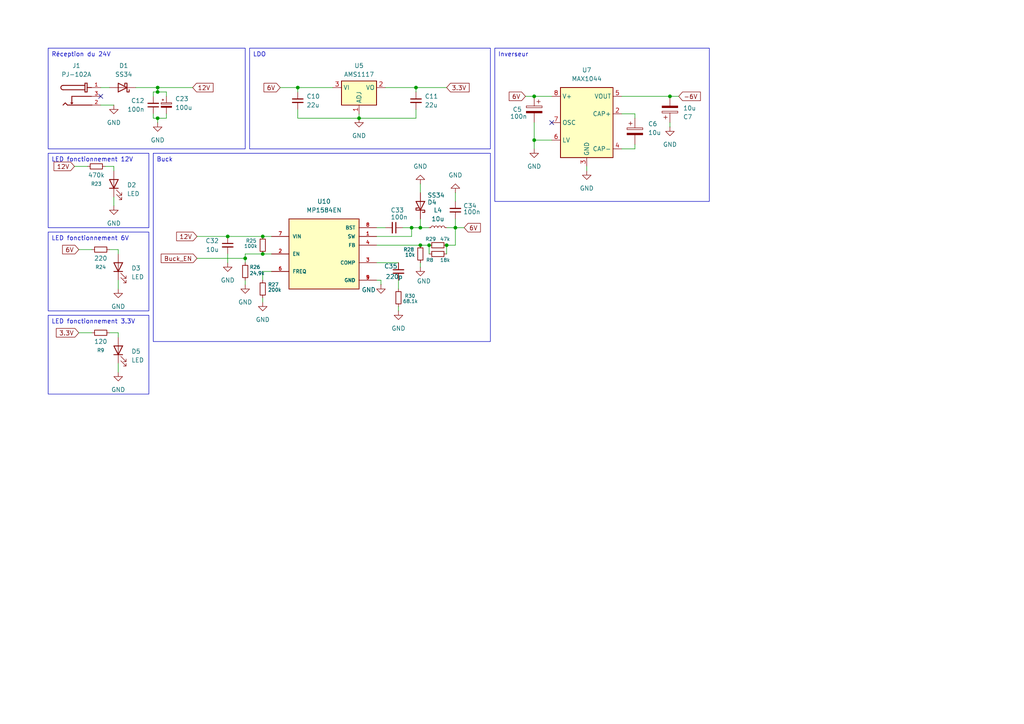
<source format=kicad_sch>
(kicad_sch (version 20250114) (generator "eeschema") (generator_version "9.0")
  (paper "A4")
  (lib_symbols
    (symbol "Device:C_Polarized" (pin_numbers (hide yes)) (pin_names (offset 0.254))
      (property "Reference" "C" (at 0.635 2.54 0))
      (property "Value" "C_Polarized" (at 0.635 -2.54 0))
      (symbol "C_Polarized_0_1"
        (rectangle (start -2.286 0.508) (end 2.286 1.016))
        (polyline (pts (xy -1.778 2.286) (xy -0.762 2.286)))
        (polyline (pts (xy -1.27 2.794) (xy -1.27 1.778)))
        (rectangle (start 2.286 -0.508) (end -2.286 -1.016) (fill (type outline)))
      )
      (symbol "C_Polarized_1_1"
        (pin passive line (at 0 3.81 270) (length 2.794) (name "~") (number "1"))
        (pin passive line (at 0 -3.81 90) (length 2.794) (name "~") (number "2"))
      )
    )
    (symbol "Device:C_Polarized_Small" (pin_numbers (hide yes)) (pin_names (offset 0.254) (hide yes))
      (property "Reference" "C" (at 0.254 1.778 0))
      (property "Value" "C_Polarized_Small" (at 0.254 -2.032 0))
      (symbol "C_Polarized_Small_0_1"
        (rectangle (start -1.524 0.6858) (end 1.524 0.3048))
        (rectangle (start -1.524 -0.3048) (end 1.524 -0.6858) (fill (type outline)))
        (polyline (pts (xy -1.27 1.524) (xy -0.762 1.524)))
        (polyline (pts (xy -1.016 1.27) (xy -1.016 1.778)))
      )
      (symbol "C_Polarized_Small_1_1"
        (pin passive line (at 0 2.54 270) (length 1.8542) (name "~") (number "1"))
        (pin passive line (at 0 -2.54 90) (length 1.8542) (name "~") (number "2"))
      )
    )
    (symbol "Device:C_Small" (pin_numbers (hide yes)) (pin_names (offset 0.254) (hide yes))
      (property "Reference" "C" (at 0.254 1.778 0))
      (property "Value" "C_Small" (at 0.254 -2.032 0))
      (symbol "C_Small_0_1"
        (polyline (pts (xy -1.524 0.508) (xy 1.524 0.508)) (stroke (width 0.3048)))
        (polyline (pts (xy -1.524 -0.508) (xy 1.524 -0.508)) (stroke (width 0.3302)))
      )
      (symbol "C_Small_1_1"
        (pin passive line (at 0 2.54 270) (length 2.032) (name "~") (number "1"))
        (pin passive line (at 0 -2.54 90) (length 2.032) (name "~") (number "2"))
      )
    )
    (symbol "Device:LED" (pin_numbers (hide yes)) (pin_names (offset 1.016) (hide yes))
      (property "Reference" "D" (at 0 2.54 0))
      (property "Value" "LED" (at 0 -2.54 0))
      (symbol "LED_0_1"
        (polyline (pts (xy -3.048 -0.762) (xy -4.572 -2.286) (xy -3.81 -2.286) (xy -4.572 -2.286) (xy -4.572 -1.524)))
        (polyline (pts (xy -1.778 -0.762) (xy -3.302 -2.286) (xy -2.54 -2.286) (xy -3.302 -2.286) (xy -3.302 -1.524)))
        (polyline (pts (xy -1.27 0) (xy 1.27 0)))
        (polyline (pts (xy -1.27 -1.27) (xy -1.27 1.27)) (stroke (width 0.254)))
        (polyline (pts (xy 1.27 -1.27) (xy 1.27 1.27) (xy -1.27 0) (xy 1.27 -1.27)) (stroke (width 0.254)))
      )
      (symbol "LED_1_1"
        (pin passive line (at -3.81 0 0) (length 2.54) (name "K") (number "1"))
        (pin passive line (at 3.81 0 180) (length 2.54) (name "A") (number "2"))
      )
    )
    (symbol "Device:L_Small" (pin_numbers (hide yes)) (pin_names (offset 0.254) (hide yes))
      (property "Reference" "L" (at 0.762 1.016 0))
      (property "Value" "L_Small" (at 0.762 -1.016 0))
      (symbol "L_Small_0_1"
        (arc (start 0 2.032) (mid 0.5058 1.524) (end 0 1.016))
        (arc (start 0 1.016) (mid 0.5058 0.508) (end 0 0))
        (arc (start 0 0) (mid 0.5058 -0.508) (end 0 -1.016))
        (arc (start 0 -1.016) (mid 0.5058 -1.524) (end 0 -2.032))
      )
      (symbol "L_Small_1_1"
        (pin passive line (at 0 2.54 270) (length 0.508) (name "~") (number "1"))
        (pin passive line (at 0 -2.54 90) (length 0.508) (name "~") (number "2"))
      )
    )
    (symbol "Device:R_Small" (pin_numbers (hide yes)) (pin_names (offset 0.254) (hide yes))
      (property "Reference" "R" (at 0 0 90))
      (property "Value" "R_Small" (at 1.778 0 90))
      (symbol "R_Small_0_1"
        (rectangle (start -0.762 1.778) (end 0.762 -1.778) (stroke (width 0.2032)))
      )
      (symbol "R_Small_1_1"
        (pin passive line (at 0 2.54 270) (length 0.762) (name "~") (number "1"))
        (pin passive line (at 0 -2.54 90) (length 0.762) (name "~") (number "2"))
      )
    )
    (symbol "Diode:SS34" (pin_numbers (hide yes)) (pin_names (offset 1.016) (hide yes))
      (property "Reference" "D" (at 0 2.54 0))
      (property "Value" "SS34" (at 0 -2.54 0))
      (symbol "SS34_0_1"
        (polyline (pts (xy -1.905 0.635) (xy -1.905 1.27) (xy -1.27 1.27) (xy -1.27 -1.27) (xy -0.635 -1.27) (xy -0.635 -0.635)) (stroke (width 0.254)))
        (polyline (pts (xy 1.27 1.27) (xy 1.27 -1.27) (xy -1.27 0) (xy 1.27 1.27)) (stroke (width 0.254)))
        (polyline (pts (xy 1.27 0) (xy -1.27 0)))
      )
      (symbol "SS34_1_1"
        (pin passive line (at -3.81 0 0) (length 2.54) (name "K") (number "1"))
        (pin passive line (at 3.81 0 180) (length 2.54) (name "A") (number "2"))
      )
    )
    (symbol "MP1584EN:MP1584EN" (pin_names (offset 1.016))
      (property "Reference" "U" (at -10.185 10.6942 0))
      (property "Value" "MP1584EN" (at -10.1723 -12.7154 0))
      (symbol "MP1584EN_0_0"
        (rectangle (start -10.16 -10.16) (end 10.16 10.16) (stroke (width 0.254)) (fill (type background)))
        (pin input line (at -15.24 5.08 0) (length 5.08) (name "VIN") (number "7"))
        (pin input line (at -15.24 0 0) (length 5.08) (name "EN") (number "2"))
        (pin input line (at -15.24 -5.08 0) (length 5.08) (name "FREQ") (number "6"))
        (pin passive line (at 15.24 7.62 180) (length 5.08) (name "BST") (number "8"))
        (pin output line (at 15.24 5.08 180) (length 5.08) (name "SW") (number "1"))
        (pin input line (at 15.24 2.54 180) (length 5.08) (name "FB") (number "4"))
        (pin output line (at 15.24 -2.54 180) (length 5.08) (name "COMP") (number "3"))
        (pin power_in line (at 15.24 -7.62 180) (length 5.08) (name "GND") (number "5"))
        (pin power_in line (at 15.24 -7.62 180) (length 5.08) (name "GND") (number "9"))
      )
    )
    (symbol "PJ-102A:PJ-102A" (pin_names (offset 1.016))
      (property "Reference" "J" (at -7.6333 3.0533 0))
      (property "Value" "PJ-102A" (at -7.6363 -10.1817 0))
      (symbol "PJ-102A_0_0"
        (polyline (pts (xy -5.842 0.635) (xy 0.508 0.635)) (stroke (width 0.254)))
        (polyline (pts (xy -5.842 -0.635) (xy 0.508 -0.635)) (stroke (width 0.254)))
        (arc (start -5.842 -0.635) (mid -6.4742 0) (end -5.842 0.635) (stroke (width 0.254)))
        (polyline (pts (xy -5.207 -4.445) (xy -5.842 -5.08)) (stroke (width 0.254)))
        (polyline (pts (xy -4.572 -5.08) (xy -5.207 -4.445)) (stroke (width 0.254)))
        (polyline (pts (xy -3.556 -4.445) (xy -3.302 -4.699)) (stroke (width 0.254)))
        (polyline (pts (xy -3.302 -2.54) (xy -3.302 -4.445)) (stroke (width 0.254)))
        (polyline (pts (xy -3.302 -4.699) (xy -3.048 -4.445)) (stroke (width 0.254)))
        (polyline (pts (xy -3.048 -4.445) (xy -3.556 -4.445)) (stroke (width 0.254)))
        (polyline (pts (xy 0.508 1.27) (xy 0.508 -1.27)) (stroke (width 0.254)))
        (polyline (pts (xy 0.508 -1.27) (xy 1.143 -1.27)) (stroke (width 0.254)))
        (polyline (pts (xy 1.143 1.27) (xy 0.508 1.27)) (stroke (width 0.254)))
        (polyline (pts (xy 1.143 0) (xy 1.143 1.27)) (stroke (width 0.254)))
        (polyline (pts (xy 1.143 0) (xy 2.413 0)) (stroke (width 0.254)))
        (polyline (pts (xy 1.143 -1.27) (xy 1.143 0)) (stroke (width 0.254)))
        (polyline (pts (xy 2.413 -2.54) (xy -3.302 -2.54)) (stroke (width 0.254)))
        (polyline (pts (xy 2.54 -5.08) (xy -4.572 -5.08)) (stroke (width 0.254)))
        (pin power_in line (at 5.08 0 180) (length 2.54) (name "~") (number "1"))
        (pin power_in line (at 5.08 -2.54 180) (length 2.54) (name "~") (number "3"))
        (pin power_in line (at 5.08 -5.08 180) (length 2.54) (name "~") (number "2"))
      )
    )
    (symbol "Regulator_Linear:AMS1117"
      (property "Reference" "U" (at -3.81 3.175 0))
      (property "Value" "AMS1117" (at 0 3.175 0))
      (symbol "AMS1117_0_1"
        (rectangle (start -5.08 -5.08) (end 5.08 1.905) (stroke (width 0.254)) (fill (type background)))
      )
      (symbol "AMS1117_1_1"
        (pin power_in line (at -7.62 0 0) (length 2.54) (name "VI") (number "3"))
        (pin input line (at 0 -7.62 90) (length 2.54) (name "ADJ") (number "1"))
        (pin power_out line (at 7.62 0 180) (length 2.54) (name "VO") (number "2"))
      )
    )
    (symbol "Regulator_SwitchedCapacitor:MAX1044"
      (property "Reference" "U" (at -6.35 11.43 0))
      (property "Value" "MAX1044" (at 3.81 11.43 0))
      (symbol "MAX1044_0_1"
        (rectangle (start -7.62 10.16) (end 7.62 -10.16) (stroke (width 0.254)) (fill (type background)))
      )
      (symbol "MAX1044_1_1"
        (pin power_in line (at -10.16 7.62 0) (length 2.54) (name "V+") (number "8"))
        (pin input line (at -10.16 0 0) (length 2.54) (name "OSC") (number "7"))
        (pin input line (at -10.16 -5.08 0) (length 2.54) (name "LV") (number "6"))
        (pin no_connect line (at -7.62 5.08 0) (length 2.54) (hide yes) (name "NC") (number "1"))
        (pin power_in line (at 0 -12.7 90) (length 2.54) (name "GND") (number "3"))
        (pin power_out line (at 10.16 7.62 180) (length 2.54) (name "VOUT") (number "5"))
        (pin input line (at 10.16 2.54 180) (length 2.54) (name "CAP+") (number "2"))
        (pin input line (at 10.16 -7.62 180) (length 2.54) (name "CAP-") (number "4"))
      )
    )
    (symbol "power:GND" (power) (pin_numbers (hide yes)) (pin_names (offset 0) (hide yes))
      (property "Value" "GND" (at 0 -3.81 0))
      (symbol "GND_0_1"
        (polyline (pts (xy 0 0) (xy 0 -1.27) (xy 1.27 -1.27) (xy 0 -2.54) (xy -1.27 -1.27) (xy 0 -1.27)))
      )
      (symbol "GND_1_1"
        (pin power_in line (at 0 0 270) (length 0) (name "~") (number "1"))
      )
    )
  )
  (text_box "LED fonctionnement 12V" (at 13.97 44.45 0) (size 29.21 21.59) (margins 0.9525 0.9525 0.9525 0.9525) (effects (font (size 1.27 1.27)) (justify left top)))
  (text_box "Inverseur" (at 143.51 13.97 0) (size 62.23 44.45) (margins 0.9525 0.9525 0.9525 0.9525) (effects (font (size 1.27 1.27)) (justify left top)))
  (text_box "Buck" (at 44.45 44.45 0) (size 97.79 54.61) (margins 0.9525 0.9525 0.9525 0.9525) (effects (font (size 1.27 1.27)) (justify left top)))
  (text_box "LDO" (at 72.39 13.97 0) (size 69.85 29.21) (margins 0.9525 0.9525 0.9525 0.9525) (effects (font (size 1.27 1.27)) (justify left top)))
  (text_box "Réception du 24V" (at 13.97 13.97 0) (size 57.15 29.21) (margins 0.9525 0.9525 0.9525 0.9525) (effects (font (size 1.27 1.27)) (justify left top)))
  (text_box "LED fonctionnement 3.3V" (at 13.97 91.44 0) (size 29.21 22.86) (margins 0.9525 0.9525 0.9525 0.9525) (effects (font (size 1.27 1.27)) (justify left top)))
  (text_box "LED fonctionnement 6V" (at 13.97 67.31 0) (size 29.21 22.86) (margins 0.9525 0.9525 0.9525 0.9525) (effects (font (size 1.27 1.27)) (justify left top)))
  (junction (at 154.94 27.94))
  (junction (at 121.92 66.04))
  (junction (at 71.12 74.93))
  (junction (at 119.38 66.04))
  (junction (at 132.08 66.04))
  (junction (at 66.04 68.58))
  (junction (at 194.31 27.94))
  (junction (at 129.54 71.12))
  (junction (at 76.2 68.58))
  (junction (at 104.14 34.29))
  (junction (at 45.72 26.67))
  (junction (at 154.94 40.64))
  (junction (at 124.46 71.12))
  (junction (at 45.72 34.29))
  (junction (at 121.92 71.12))
  (junction (at 120.65 25.4))
  (junction (at 45.72 25.4))
  (junction (at 76.2 73.66))
  (junction (at 86.36 25.4))
  (no_connect (at 160.02 35.56))
  (no_connect (at 29.21 27.94))
  (wire (pts (xy 121.92 71.12) (xy 124.46 71.12)))
  (wire (pts (xy 31.75 72.39) (xy 34.29 72.39)))
  (wire (pts (xy 109.22 66.04) (xy 111.76 66.04)))
  (wire (pts (xy 86.36 31.75) (xy 86.36 34.29)))
  (wire (pts (xy 194.31 35.56) (xy 194.31 36.83)))
  (wire (pts (xy 76.2 81.28) (xy 76.2 78.74)))
  (wire (pts (xy 76.2 73.66) (xy 78.74 73.66)))
  (wire (pts (xy 33.02 48.26) (xy 33.02 49.53)))
  (wire (pts (xy 170.18 48.26) (xy 170.18 49.53)))
  (wire (pts (xy 34.29 72.39) (xy 34.29 73.66)))
  (wire (pts (xy 48.26 26.67) (xy 48.26 27.94)))
  (wire (pts (xy 109.22 76.2) (xy 115.57 76.2)))
  (wire (pts (xy 31.75 96.52) (xy 34.29 96.52)))
  (wire (pts (xy 120.65 26.67) (xy 120.65 25.4)))
  (wire (pts (xy 121.92 53.34) (xy 121.92 55.88)))
  (wire (pts (xy 57.15 74.93) (xy 71.12 74.93)))
  (wire (pts (xy 71.12 82.55) (xy 71.12 81.28)))
  (wire (pts (xy 22.86 96.52) (xy 26.67 96.52)))
  (wire (pts (xy 86.36 25.4) (xy 96.52 25.4)))
  (wire (pts (xy 21.59 48.26) (xy 25.4 48.26)))
  (wire (pts (xy 45.72 26.67) (xy 48.26 26.67)))
  (wire (pts (xy 86.36 25.4) (xy 86.36 26.67)))
  (wire (pts (xy 132.08 66.04) (xy 134.62 66.04)))
  (wire (pts (xy 180.34 27.94) (xy 194.31 27.94)))
  (wire (pts (xy 76.2 78.74) (xy 78.74 78.74)))
  (wire (pts (xy 120.65 31.75) (xy 120.65 34.29)))
  (wire (pts (xy 34.29 105.41) (xy 34.29 107.95)))
  (wire (pts (xy 154.94 35.56) (xy 154.94 40.64)))
  (wire (pts (xy 45.72 25.4) (xy 55.88 25.4)))
  (wire (pts (xy 34.29 81.28) (xy 34.29 83.82)))
  (wire (pts (xy 66.04 73.66) (xy 66.04 76.2)))
  (wire (pts (xy 110.49 81.28) (xy 109.22 81.28)))
  (wire (pts (xy 121.92 66.04) (xy 124.46 66.04)))
  (wire (pts (xy 22.86 72.39) (xy 26.67 72.39)))
  (wire (pts (xy 45.72 34.29) (xy 45.72 35.56)))
  (wire (pts (xy 115.57 88.9) (xy 115.57 90.17)))
  (wire (pts (xy 132.08 71.12) (xy 132.08 66.04)))
  (wire (pts (xy 30.48 48.26) (xy 33.02 48.26)))
  (wire (pts (xy 71.12 73.66) (xy 76.2 73.66)))
  (wire (pts (xy 76.2 68.58) (xy 78.74 68.58)))
  (wire (pts (xy 109.22 71.12) (xy 121.92 71.12)))
  (wire (pts (xy 121.92 76.2) (xy 121.92 77.47)))
  (wire (pts (xy 76.2 87.63) (xy 76.2 86.36)))
  (wire (pts (xy 129.54 66.04) (xy 132.08 66.04)))
  (wire (pts (xy 45.72 25.4) (xy 45.72 26.67)))
  (wire (pts (xy 33.02 57.15) (xy 33.02 59.69)))
  (wire (pts (xy 104.14 34.29) (xy 104.14 33.02)))
  (wire (pts (xy 154.94 40.64) (xy 160.02 40.64)))
  (wire (pts (xy 129.54 71.12) (xy 132.08 71.12)))
  (wire (pts (xy 34.29 96.52) (xy 34.29 97.79)))
  (wire (pts (xy 196.85 27.94) (xy 194.31 27.94)))
  (wire (pts (xy 71.12 76.2) (xy 71.12 74.93)))
  (wire (pts (xy 57.15 68.58) (xy 66.04 68.58)))
  (wire (pts (xy 154.94 27.94) (xy 160.02 27.94)))
  (wire (pts (xy 115.57 81.28) (xy 115.57 83.82)))
  (wire (pts (xy 120.65 25.4) (xy 129.54 25.4)))
  (wire (pts (xy 44.45 34.29) (xy 45.72 34.29)))
  (wire (pts (xy 44.45 26.67) (xy 45.72 26.67)))
  (wire (pts (xy 66.04 68.58) (xy 76.2 68.58)))
  (wire (pts (xy 119.38 66.04) (xy 119.38 68.58)))
  (wire (pts (xy 119.38 66.04) (xy 121.92 66.04)))
  (wire (pts (xy 29.21 30.48) (xy 33.02 30.48)))
  (wire (pts (xy 184.15 34.29) (xy 184.15 33.02)))
  (wire (pts (xy 81.28 25.4) (xy 86.36 25.4)))
  (wire (pts (xy 86.36 34.29) (xy 104.14 34.29)))
  (wire (pts (xy 45.72 34.29) (xy 48.26 34.29)))
  (wire (pts (xy 48.26 34.29) (xy 48.26 33.02)))
  (wire (pts (xy 154.94 43.18) (xy 154.94 40.64)))
  (wire (pts (xy 184.15 41.91) (xy 184.15 43.18)))
  (wire (pts (xy 44.45 33.02) (xy 44.45 34.29)))
  (wire (pts (xy 109.22 68.58) (xy 119.38 68.58)))
  (wire (pts (xy 111.76 25.4) (xy 120.65 25.4)))
  (wire (pts (xy 110.49 82.55) (xy 110.49 81.28)))
  (wire (pts (xy 184.15 33.02) (xy 180.34 33.02)))
  (wire (pts (xy 44.45 27.94) (xy 44.45 26.67)))
  (wire (pts (xy 121.92 63.5) (xy 121.92 66.04)))
  (wire (pts (xy 132.08 63.5) (xy 132.08 66.04)))
  (wire (pts (xy 132.08 55.88) (xy 132.08 58.42)))
  (wire (pts (xy 184.15 43.18) (xy 180.34 43.18)))
  (wire (pts (xy 116.84 66.04) (xy 119.38 66.04)))
  (wire (pts (xy 104.14 34.29) (xy 120.65 34.29)))
  (wire (pts (xy 29.21 25.4) (xy 31.75 25.4)))
  (wire (pts (xy 124.46 71.12) (xy 124.46 73.66)))
  (wire (pts (xy 71.12 74.93) (xy 71.12 73.66)))
  (wire (pts (xy 129.54 71.12) (xy 129.54 73.66)))
  (wire (pts (xy 39.37 25.4) (xy 45.72 25.4)))
  (wire (pts (xy 152.4 27.94) (xy 154.94 27.94)))
  (global_label "3.3V" (shape input) (at 129.54 25.4 0) (property "Intersheetrefs" "${INTERSHEET_REFS}" (effects (hide yes))))
  (global_label "12V" (shape input) (at 57.15 68.58 180) (property "Intersheetrefs" "${INTERSHEET_REFS}" (effects (hide yes))))
  (global_label "6V" (shape input) (at 152.4 27.94 180) (property "Intersheetrefs" "${INTERSHEET_REFS}" (effects (hide yes))))
  (global_label "Buck_EN" (shape input) (at 57.15 74.93 180) (property "Intersheetrefs" "${INTERSHEET_REFS}" (effects (hide yes))))
  (global_label "12V" (shape input) (at 55.88 25.4 0) (property "Intersheetrefs" "${INTERSHEET_REFS}" (effects (hide yes))))
  (global_label "-6V" (shape input) (at 196.85 27.94 0) (property "Intersheetrefs" "${INTERSHEET_REFS}" (effects (hide yes))))
  (global_label "12V" (shape input) (at 21.59 48.26 180) (property "Intersheetrefs" "${INTERSHEET_REFS}" (effects (hide yes))))
  (global_label "3.3V" (shape input) (at 22.86 96.52 180) (property "Intersheetrefs" "${INTERSHEET_REFS}" (effects (hide yes))))
  (global_label "6V" (shape input) (at 134.62 66.04 0) (property "Intersheetrefs" "${INTERSHEET_REFS}" (effects (hide yes))))
  (global_label "6V" (shape input) (at 81.28 25.4 180) (property "Intersheetrefs" "${INTERSHEET_REFS}" (effects (hide yes))))
  (global_label "6V" (shape input) (at 22.86 72.39 180) (property "Intersheetrefs" "${INTERSHEET_REFS}" (effects (hide yes))))
  (symbol (lib_id "power:GND") (at 170.18 49.53 0) (unit 1)
    (property "Reference" "#PWR09" (effects (hide yes)))
    (property "Value" "GND" (at 170.18 54.61 0))
    (property "Description" "Power symbol creates a global label with name \"GND\" , ground" (effects (hide yes)))
  )
  (symbol (lib_id "Device:C_Small") (at 86.36 29.21 0) (unit 1)
    (property "Reference" "C10" (at 88.9 27.9462 0) (effects (justify left)))
    (property "Value" "22u" (at 88.9 30.4862 0) (effects (justify left)))
    (property "Description" "Unpolarized capacitor, small symbol" (effects (hide yes)))
  )
  (symbol (lib_id "MP1584EN:MP1584EN") (at 93.98 73.66 0) (unit 1)
    (property "Reference" "U10" (at 93.98 58.42 0))
    (property "Value" "MP1584EN" (at 93.98 60.96 0))
    (property "Footprint" "MP1584EN:SOIC127P600X170-9N" (effects (hide yes)))
    (property "MF" "Monolithic Power" (effects (hide yes)))
    (property "PACKAGE" "None" (effects (hide yes)))
    (property "PRICE" "None" (effects (hide yes)))
    (property "Package" "SOIC-8 Monolithic Power" (effects (hide yes)))
    (property "Check_prices" "https://www.snapeda.com/parts/MP1584EN/Monolithic+Power+Systems/view-part/?ref=eda" (effects (hide yes)))
    (property "STANDARD" "IPC-7351B" (effects (hide yes)))
    (property "SnapEDA_Link" "https://www.snapeda.com/parts/MP1584EN/Monolithic+Power+Systems/view-part/?ref=snap" (effects (hide yes)))
    (property "MP" "MP1584EN" (effects (hide yes)))
    (property "Price" "None" (effects (hide yes)))
    (property "Availability" "Not in stock" (effects (hide yes)))
    (property "AVAILABILITY" "Unavailable" (effects (hide yes)))
    (property "Description_1" "Buck Switching Regulator IC Positive Adjustable 0.8V 1 Output 3A 8-SOIC (0.154, 3.90mm Width) Exposed Pad" (effects (hide yes)))
  )
  (symbol (lib_id "Diode:SS34") (at 35.56 25.4 180) (unit 1)
    (property "Reference" "D1" (at 35.8775 19.05 0))
    (property "Value" "SS34" (at 35.8775 21.59 0))
    (property "Footprint" "Diode_SMD:D_SMA" (effects (hide yes)))
    (property "Datasheet" "https://www.vishay.com/docs/88751/ss32.pdf" (effects (hide yes)))
    (property "Description" "40V 3A Schottky Diode, SMA" (effects (hide yes)))
  )
  (symbol (lib_id "Device:R_Small") (at 115.57 86.36 0) (mirror y) (unit 1)
    (property "Reference" "R30" (at 117.348 85.852 0) (effects (font (size 1.016 1.016)) (justify right)))
    (property "Value" "68.1k" (at 116.84 87.376 0) (effects (font (size 1.016 1.016)) (justify right)))
    (property "Description" "Resistor, small symbol" (effects (hide yes)))
  )
  (symbol (lib_id "Device:C_Polarized") (at 184.15 38.1 0) (unit 1)
    (property "Reference" "C6" (at 187.96 35.9409 0) (effects (justify left)))
    (property "Value" "10u" (at 187.96 38.4809 0) (effects (justify left)))
    (property "Description" "Polarized capacitor" (effects (hide yes)))
  )
  (symbol (lib_id "Regulator_SwitchedCapacitor:MAX1044") (at 170.18 35.56 0) (unit 1)
    (property "Reference" "U7" (at 170.18 20.32 0))
    (property "Value" "MAX1044" (at 170.18 22.86 0))
    (property "Datasheet" "http://datasheets.maximintegrated.com/en/ds/ICL7660-MAX1044.pdf" (effects (hide yes)))
    (property "Description" "Switched-Capacitor Voltage Converter, 1.5V to 10.0V operating supply voltage, 10mA with a 0.5V output drop, SO-8/DIP-8/µMAX-8/TO-99" (effects (hide yes)))
  )
  (symbol (lib_id "power:GND") (at 132.08 55.88 180) (unit 1)
    (property "Reference" "#PWR034" (effects (hide yes)))
    (property "Value" "GND" (at 132.08 50.8 0))
    (property "Description" "Power symbol creates a global label with name \"GND\" , ground" (effects (hide yes)))
  )
  (symbol (lib_id "Device:C_Small") (at 120.65 29.21 0) (unit 1)
    (property "Reference" "C11" (at 123.19 27.9462 0) (effects (justify left)))
    (property "Value" "22u" (at 123.19 30.4862 0) (effects (justify left)))
    (property "Description" "Unpolarized capacitor, small symbol" (effects (hide yes)))
  )
  (symbol (lib_id "Device:C_Polarized") (at 154.94 31.75 0) (mirror y) (unit 1)
    (property "Reference" "C5" (at 151.384 31.75 0) (effects (justify left)))
    (property "Value" "100n" (at 152.908 33.782 0) (effects (justify left)))
    (property "Description" "Polarized capacitor" (effects (hide yes)))
  )
  (symbol (lib_id "Device:C_Small") (at 66.04 71.12 0) (mirror y) (unit 1)
    (property "Reference" "C32" (at 63.5 69.8562 0) (effects (justify left)))
    (property "Value" "10u" (at 63.5 72.3962 0) (effects (justify left)))
    (property "Description" "Unpolarized capacitor, small symbol" (effects (hide yes)))
  )
  (symbol (lib_id "power:GND") (at 121.92 53.34 0) (mirror x) (unit 1)
    (property "Reference" "#PWR033" (effects (hide yes)))
    (property "Value" "GND" (at 121.92 48.26 0))
    (property "Description" "Power symbol creates a global label with name \"GND\" , ground" (effects (hide yes)))
  )
  (symbol (lib_id "Device:R_Small") (at 76.2 83.82 180) (unit 1)
    (property "Reference" "R27" (at 77.724 82.55 0) (effects (font (size 1.016 1.016)) (justify right)))
    (property "Value" "200k" (at 77.724 84.074 0) (effects (font (size 1.016 1.016)) (justify right)))
    (property "Description" "Resistor, small symbol" (effects (hide yes)))
  )
  (symbol (lib_id "Device:C_Small") (at 44.45 30.48 0) (mirror x) (unit 1)
    (property "Reference" "C12" (at 41.91 29.2035 0) (effects (justify right)))
    (property "Value" "100n" (at 41.91 31.7435 0) (effects (justify right)))
    (property "Description" "Unpolarized capacitor, small symbol" (effects (hide yes)))
  )
  (symbol (lib_id "PJ-102A:PJ-102A") (at 24.13 25.4 0) (unit 1)
    (property "Reference" "J1" (at 22.1629 19.05 0))
    (property "Value" "PJ-102A" (at 22.1629 21.59 0))
    (property "Footprint" "PJ-102A:CUI_PJ-102A" (effects (hide yes)))
    (property "MF" "Same Sky" (effects (hide yes)))
    (property "DESCRIPTION" "2.0 mm Center Pin%2C 2.5 A%2C Right Angle%2C Through Hole%2C Tapered Pins%2C Dc Power Jack Connector" (effects (hide yes)))
    (property "PACKAGE" "None" (effects (hide yes)))
    (property "PRICE" "0.44 USD" (effects (hide yes)))
    (property "Package" "None" (effects (hide yes)))
    (property "Check_prices" "https://www.snapeda.com/parts/PJ-102A/Same+Sky/view-part/?ref=eda" (effects (hide yes)))
    (property "Price" "None" (effects (hide yes)))
    (property "SnapEDA_Link" "https://www.snapeda.com/parts/PJ-102A/Same+Sky/view-part/?ref=snap" (effects (hide yes)))
    (property "MP" "PJ-102A" (effects (hide yes)))
    (property "Description_1" "2.0 x 6.5 mm, 2.5 A, Horizontal, Through Hole, Tapered Pins, Dc Power Jack Connector" (effects (hide yes)))
    (property "Availability" "In Stock" (effects (hide yes)))
    (property "AVAILABILITY" "Good" (effects (hide yes)))
    (property "MANUFACTURER" "CUI inc" (effects (hide yes)))
  )
  (symbol (lib_id "power:GND") (at 194.31 36.83 0) (unit 1)
    (property "Reference" "#PWR08" (effects (hide yes)))
    (property "Value" "GND" (at 194.31 41.91 0))
    (property "Description" "Power symbol creates a global label with name \"GND\" , ground" (effects (hide yes)))
  )
  (symbol (lib_id "power:GND") (at 66.04 76.2 0) (unit 1)
    (property "Reference" "#PWR029" (effects (hide yes)))
    (property "Value" "GND" (at 66.04 81.28 0))
    (property "Description" "Power symbol creates a global label with name \"GND\" , ground" (effects (hide yes)))
  )
  (symbol (lib_id "Device:R_Small") (at 127 73.66 270) (mirror x) (unit 1)
    (property "Reference" "R8" (at 125.73 75.438 90) (effects (font (size 1.016 1.016)) (justify right)))
    (property "Value" "18k" (at 130.556 75.438 90) (effects (font (size 1.016 1.016)) (justify right)))
    (property "Description" "Resistor, small symbol" (effects (hide yes)))
  )
  (symbol (lib_id "power:GND") (at 33.02 30.48 0) (unit 1)
    (property "Reference" "#PWR017" (effects (hide yes)))
    (property "Value" "GND" (at 33.02 35.56 0))
    (property "Description" "Power symbol creates a global label with name \"GND\" , ground" (effects (hide yes)))
  )
  (symbol (lib_id "power:GND") (at 154.94 43.18 0) (unit 1)
    (property "Reference" "#PWR07" (effects (hide yes)))
    (property "Value" "GND" (at 154.94 48.26 0))
    (property "Description" "Power symbol creates a global label with name \"GND\" , ground" (effects (hide yes)))
  )
  (symbol (lib_id "Device:R_Small") (at 127 71.12 270) (mirror x) (unit 1)
    (property "Reference" "R29" (at 126.492 69.342 90) (effects (font (size 1.016 1.016)) (justify right)))
    (property "Value" "47k" (at 130.556 69.342 90) (effects (font (size 1.016 1.016)) (justify right)))
    (property "Description" "Resistor, small symbol" (effects (hide yes)))
  )
  (symbol (lib_id "power:GND") (at 115.57 90.17 0) (unit 1)
    (property "Reference" "#PWR036" (effects (hide yes)))
    (property "Value" "GND" (at 115.57 95.25 0))
    (property "Description" "Power symbol creates a global label with name \"GND\" , ground" (effects (hide yes)))
  )
  (symbol (lib_id "Device:C_Polarized") (at 194.31 31.75 0) (mirror x) (unit 1)
    (property "Reference" "C7" (at 198.12 33.9091 0) (effects (justify left)))
    (property "Value" "10u" (at 198.12 31.3691 0) (effects (justify left)))
    (property "Description" "Polarized capacitor" (effects (hide yes)))
  )
  (symbol (lib_id "power:GND") (at 76.2 87.63 0) (unit 1)
    (property "Reference" "#PWR031" (effects (hide yes)))
    (property "Value" "GND" (at 76.2 92.71 0))
    (property "Description" "Power symbol creates a global label with name \"GND\" , ground" (effects (hide yes)))
  )
  (symbol (lib_id "Device:LED") (at 33.02 53.34 90) (unit 1)
    (property "Reference" "D2" (at 36.83 53.6574 90) (effects (justify right)))
    (property "Value" "LED" (at 36.83 56.1974 90) (effects (justify right)))
    (property "Description" "Light emitting diode" (effects (hide yes)))
    (property "Sim.Pins" "1=K 2=A" (effects (hide yes)))
  )
  (symbol (lib_id "power:GND") (at 104.14 34.29 0) (unit 1)
    (property "Reference" "#PWR016" (effects (hide yes)))
    (property "Value" "GND" (at 104.14 39.37 0))
    (property "Description" "Power symbol creates a global label with name \"GND\" , ground" (effects (hide yes)))
  )
  (symbol (lib_id "power:GND") (at 33.02 59.69 0) (unit 1)
    (property "Reference" "#PWR027" (effects (hide yes)))
    (property "Value" "GND" (at 33.02 64.77 0))
    (property "Description" "Power symbol creates a global label with name \"GND\" , ground" (effects (hide yes)))
  )
  (symbol (lib_id "Device:R_Small") (at 76.2 71.12 0) (mirror x) (unit 1)
    (property "Reference" "R25" (at 74.422 69.85 0) (effects (font (size 1.016 1.016)) (justify right)))
    (property "Value" "100k" (at 74.676 71.374 0) (effects (font (size 1.016 1.016)) (justify right)))
    (property "Description" "Resistor, small symbol" (effects (hide yes)))
  )
  (symbol (lib_id "power:GND") (at 71.12 82.55 0) (unit 1)
    (property "Reference" "#PWR030" (effects (hide yes)))
    (property "Value" "GND" (at 71.12 87.63 0))
    (property "Description" "Power symbol creates a global label with name \"GND\" , ground" (effects (hide yes)))
  )
  (symbol (lib_id "Device:LED") (at 34.29 101.6 90) (unit 1)
    (property "Reference" "D5" (at 38.1 101.9174 90) (effects (justify right)))
    (property "Value" "LED" (at 38.1 104.4574 90) (effects (justify right)))
    (property "Description" "Light emitting diode" (effects (hide yes)))
    (property "Sim.Pins" "1=K 2=A" (effects (hide yes)))
  )
  (symbol (lib_id "power:GND") (at 34.29 107.95 0) (unit 1)
    (property "Reference" "#PWR014" (effects (hide yes)))
    (property "Value" "GND" (at 34.29 113.03 0))
    (property "Description" "Power symbol creates a global label with name \"GND\" , ground" (effects (hide yes)))
  )
  (symbol (lib_id "Device:R_Small") (at 29.21 72.39 270) (mirror x) (unit 1)
    (property "Reference" "R24" (at 29.21 77.47 90) (effects (font (size 1.016 1.016))))
    (property "Value" "220" (at 29.21 74.93 90))
    (property "Description" "Resistor, small symbol" (effects (hide yes)))
  )
  (symbol (lib_id "Device:R_Small") (at 29.21 96.52 270) (mirror x) (unit 1)
    (property "Reference" "R9" (at 29.21 101.6 90) (effects (font (size 1.016 1.016))))
    (property "Value" "120" (at 29.21 99.06 90))
    (property "Description" "Resistor, small symbol" (effects (hide yes)))
  )
  (symbol (lib_id "Device:C_Polarized_Small") (at 48.26 30.48 0) (unit 1)
    (property "Reference" "C23" (at 50.8 28.6638 0) (effects (justify left)))
    (property "Value" "100u" (at 50.8 31.2038 0) (effects (justify left)))
    (property "Description" "Polarized capacitor, small symbol" (effects (hide yes)))
  )
  (symbol (lib_id "Device:C_Small") (at 114.3 66.04 270) (mirror x) (unit 1)
    (property "Reference" "C33" (at 113.284 60.96 90) (effects (justify left)))
    (property "Value" "100n" (at 113.284 62.992 90) (effects (justify left)))
    (property "Description" "Unpolarized capacitor, small symbol" (effects (hide yes)))
  )
  (symbol (lib_id "power:GND") (at 121.92 77.47 0) (unit 1)
    (property "Reference" "#PWR035" (effects (hide yes)))
    (property "Value" "GND" (at 122.936 81.534 0))
    (property "Description" "Power symbol creates a global label with name \"GND\" , ground" (effects (hide yes)))
  )
  (symbol (lib_id "Device:C_Small") (at 132.08 60.96 0) (mirror x) (unit 1)
    (property "Reference" "C34" (at 134.366 59.69 0) (effects (justify left)))
    (property "Value" "100n" (at 134.366 61.468 0) (effects (justify left)))
    (property "Description" "Unpolarized capacitor, small symbol" (effects (hide yes)))
  )
  (symbol (lib_id "Device:R_Small") (at 27.94 48.26 270) (mirror x) (unit 1)
    (property "Reference" "R23" (at 27.94 53.34 90) (effects (font (size 1.016 1.016))))
    (property "Value" "470k" (at 27.94 50.8 90))
    (property "Description" "Resistor, small symbol" (effects (hide yes)))
  )
  (symbol (lib_id "Device:LED") (at 34.29 77.47 90) (unit 1)
    (property "Reference" "D3" (at 38.1 77.7874 90) (effects (justify right)))
    (property "Value" "LED" (at 38.1 80.3274 90) (effects (justify right)))
    (property "Description" "Light emitting diode" (effects (hide yes)))
    (property "Sim.Pins" "1=K 2=A" (effects (hide yes)))
  )
  (symbol (lib_id "Device:L_Small") (at 127 66.04 90) (unit 1)
    (property "Reference" "L4" (at 127 60.96 90))
    (property "Value" "10u" (at 127 63.5 90))
    (property "Description" "Inductor, small symbol" (effects (hide yes)))
  )
  (symbol (lib_id "Device:R_Small") (at 121.92 73.66 0) (mirror x) (unit 1)
    (property "Reference" "R28" (at 120.142 72.39 0) (effects (font (size 1.016 1.016)) (justify right)))
    (property "Value" "10k" (at 120.396 73.914 0) (effects (font (size 1.016 1.016)) (justify right)))
    (property "Description" "Resistor, small symbol" (effects (hide yes)))
  )
  (symbol (lib_id "power:GND") (at 45.72 35.56 0) (unit 1)
    (property "Reference" "#PWR018" (effects (hide yes)))
    (property "Value" "GND" (at 45.72 40.64 0))
    (property "Description" "Power symbol creates a global label with name \"GND\" , ground" (effects (hide yes)))
  )
  (symbol (lib_id "Diode:SS34") (at 121.92 59.69 270) (mirror x) (unit 1)
    (property "Reference" "D4" (at 123.952 58.674 90) (effects (justify left)))
    (property "Value" "SS34" (at 123.952 56.642 90) (effects (justify left)))
    (property "Footprint" "Diode_SMD:D_SMA" (effects (hide yes)))
    (property "Datasheet" "https://www.vishay.com/docs/88751/ss32.pdf" (effects (hide yes)))
    (property "Description" "40V 3A Schottky Diode, SMA" (effects (hide yes)))
  )
  (symbol (lib_id "power:GND") (at 34.29 83.82 0) (unit 1)
    (property "Reference" "#PWR028" (effects (hide yes)))
    (property "Value" "GND" (at 34.29 88.9 0))
    (property "Description" "Power symbol creates a global label with name \"GND\" , ground" (effects (hide yes)))
  )
  (symbol (lib_id "Device:R_Small") (at 71.12 78.74 180) (unit 1)
    (property "Reference" "R26" (at 72.39 77.47 0) (effects (font (size 1.016 1.016)) (justify right)))
    (property "Value" "24,9k" (at 72.39 79.248 0) (effects (font (size 1.016 1.016)) (justify right)))
    (property "Description" "Resistor, small symbol" (effects (hide yes)))
  )
  (symbol (lib_id "Device:C_Small") (at 115.57 78.74 0) (mirror y) (unit 1)
    (property "Reference" "C35" (at 115.316 77.216 0) (effects (justify left)))
    (property "Value" "220p" (at 116.84 80.264 0) (effects (justify left)))
    (property "Description" "Unpolarized capacitor, small symbol" (effects (hide yes)))
  )
  (symbol (lib_id "Regulator_Linear:AMS1117") (at 104.14 25.4 0) (unit 1)
    (property "Reference" "U5" (at 104.14 19.05 0))
    (property "Value" "AMS1117" (at 104.14 21.59 0))
    (property "Footprint" "Package_TO_SOT_SMD:SOT-223-3_TabPin2" (effects (hide yes)))
    (property "Datasheet" "http://www.advanced-monolithic.com/pdf/ds1117.pdf" (effects (hide yes)))
    (property "Description" "1A Low Dropout regulator, positive, adjustable output, SOT-223" (effects (hide yes)))
  )
  (symbol (lib_id "power:GND") (at 110.49 82.55 0) (unit 1)
    (property "Reference" "#PWR032" (effects (hide yes)))
    (property "Value" "GND" (at 106.934 84.074 0))
    (property "Description" "Power symbol creates a global label with name \"GND\" , ground" (effects (hide yes)))
  )
)
</source>
